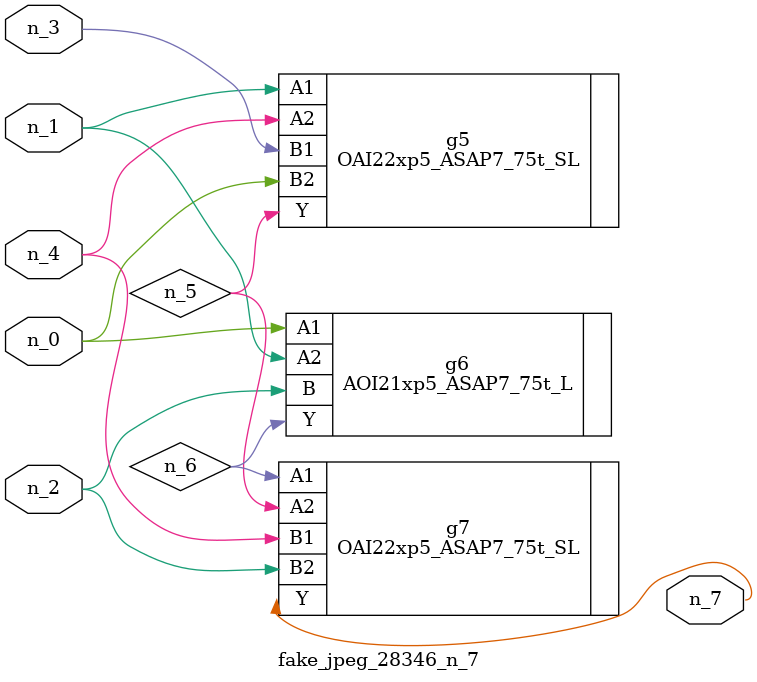
<source format=v>
module fake_jpeg_28346_n_7 (n_3, n_2, n_1, n_0, n_4, n_7);

input n_3;
input n_2;
input n_1;
input n_0;
input n_4;

output n_7;

wire n_6;
wire n_5;

OAI22xp5_ASAP7_75t_SL g5 ( 
.A1(n_1),
.A2(n_4),
.B1(n_3),
.B2(n_0),
.Y(n_5)
);

AOI21xp5_ASAP7_75t_L g6 ( 
.A1(n_0),
.A2(n_1),
.B(n_2),
.Y(n_6)
);

OAI22xp5_ASAP7_75t_SL g7 ( 
.A1(n_6),
.A2(n_5),
.B1(n_4),
.B2(n_2),
.Y(n_7)
);


endmodule
</source>
